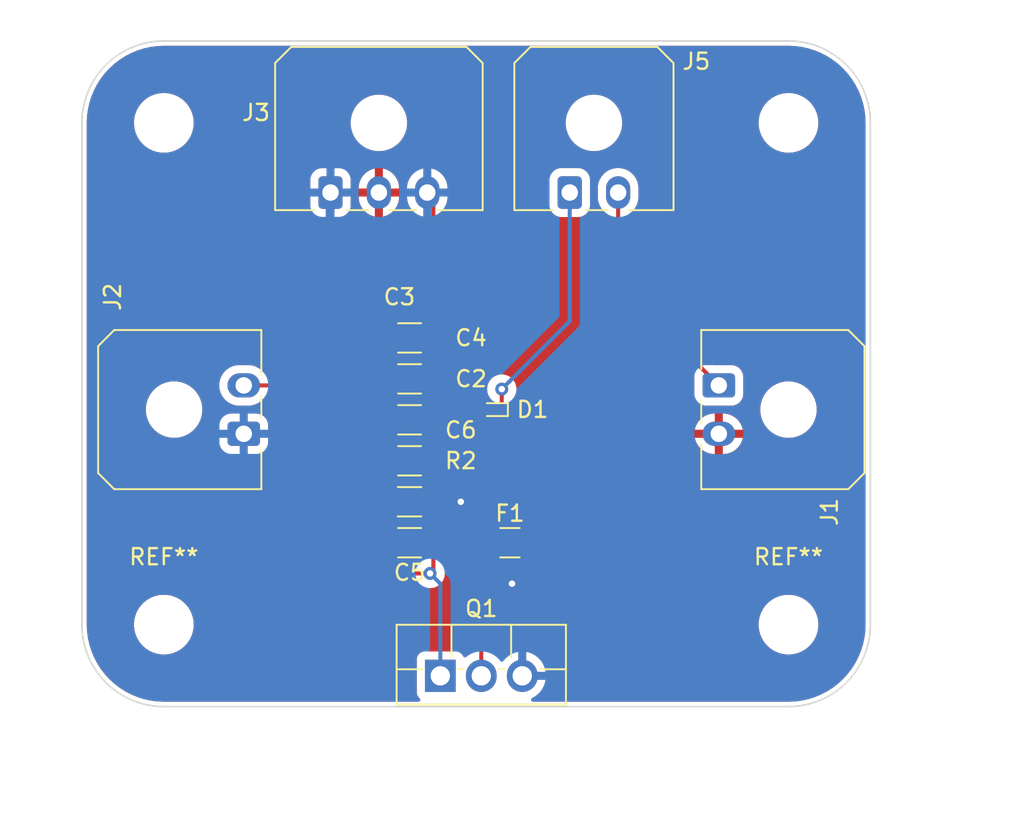
<source format=kicad_pcb>
(kicad_pcb (version 20221018) (generator pcbnew)
  (title_block (title "Template") (date "2023-09-25") (rev "0.0") (company "Illini Solar Car") (comment 1 "Designed By: Aryan Ohri "))
  (layers (0 "F.Cu" signal) (31 "B.Cu" signal) (34 "B.Paste" user) (35 "F.Paste" user) (36 "B.SilkS" user "B.Silkscreen") (37 "F.SilkS" user "F.Silkscreen") (38 "B.Mask" user) (39 "F.Mask" user) (44 "Edge.Cuts" user))
  (net 0 "")
  (net 1 "Net-(C5-Pad2)")
  (net 2 "GND")
  (net 3 "/HORN_CTRL")
  (net 4 "Net-(Q1-D)")
  (net 5 "/HORN_IN")
  (net 6 "+24V")
  (net 7 "Net-(J1-Pin_1)")
  (footprint "Capacitor_SMD:C_1206_3216Metric" (layer "F.Cu") (at 105.41 103.505)
    (fp_text reference "C2" (at 3.81 -2.54) (layer "F.SilkS"))
    (fp_text value "21 u")
    (fp_line (start -0.711252 -0.91) (end 0.711252 -0.91) (stroke (width 0.12)) (layer "F.SilkS"))
    (fp_line (start -0.711252 0.91) (end 0.711252 0.91) (stroke (width 0.12)) (layer "F.SilkS"))
    (pad "1" smd roundrect (at -1.475 0) (size 1.15 1.8) (layers "F.Cu" "F.Paste" "F.Mask") (roundrect_rratio 0.2173913043) (net 6 "+24V"))
    (pad "2" smd roundrect (at 1.475 0) (size 1.15 1.8) (layers "F.Cu" "F.Paste" "F.Mask") (roundrect_rratio 0.2173913043) (net 2 "GND"))
  )
  (footprint "Connector_Molex:Molex_Micro-Fit_3.0_43650-0200_1x02_P3.00mm_Horizontal" (layer "F.Cu") (at 115.34 89.41)
    (fp_text reference "J5" (at 7.85 -8.13) (layer "F.SilkS"))
    (fp_text value "Conn_01x02")
    (fp_line (start -3.435 -8.03) (end -2.435 -9.03) (stroke (width 0.12)) (layer "F.SilkS"))
    (fp_line (start -3.435 1.09) (end -3.435 -8.03) (stroke (width 0.12)) (layer "F.SilkS"))
    (fp_line (start -3.435 1.09) (end -1.01 1.09) (stroke (width 0.12)) (layer "F.SilkS"))
    (fp_line (start -2.435 -9.03) (end 5.435 -9.03) (stroke (width 0.12)) (layer "F.SilkS"))
    (fp_line (start 1.01 1.09) (end 2.348233 1.09) (stroke (width 0.12)) (layer "F.SilkS"))
    (fp_line (start 5.435 -9.03) (end 6.435 -8.03) (stroke (width 0.12)) (layer "F.SilkS"))
    (fp_line (start 6.435 -8.03) (end 6.435 1.09) (stroke (width 0.12)) (layer "F.SilkS"))
    (fp_line (start 6.435 1.09) (end 3.651767 1.09) (stroke (width 0.12)) (layer "F.SilkS"))
    (pad "" np_thru_hole circle (at 1.5 -4.32) (size 3 3) (drill 3) (layers "*.Cu" "*.Mask"))
    (pad "1" thru_hole roundrect (at 0 0) (size 1.5 2.02) (drill 1.02) (layers "*.Cu" "*.Mask") (roundrect_rratio 0.1666673333) (net 5 "/HORN_IN"))
    (pad "2" thru_hole oval (at 3 0) (size 1.5 2.02) (drill 1.02) (layers "*.Cu" "*.Mask") (net 7 "Net-(J1-Pin_1)"))
  )
  (footprint "Diode_SMD:D_SOD-923" (layer "F.Cu") (at 110.705 102.87 180)
    (fp_text reference "D1" (at -2.325 0) (layer "F.SilkS"))
    (fp_text value "ESD9B5.0ST5G")
    (fp_line (start -0.8 -0.4) (end -0.8 0.4) (stroke (width 0.12)) (layer "F.SilkS"))
    (fp_line (start 0.5 -0.4) (end -0.8 -0.4) (stroke (width 0.12)) (layer "F.SilkS"))
    (fp_line (start 0.5 0.4) (end -0.8 0.4) (stroke (width 0.12)) (layer "F.SilkS"))
    (pad "1" smd rect (at -0.42 0) (size 0.36 0.25) (layers "F.Cu" "F.Paste" "F.Mask") (net 5 "/HORN_IN"))
    (pad "2" smd rect (at 0.42 0) (size 0.36 0.25) (layers "F.Cu" "F.Paste" "F.Mask") (net 6 "+24V"))
  )
  (footprint "Connector_Molex:Molex_Micro-Fit_3.0_43650-0200_1x02_P3.00mm_Horizontal" (layer "F.Cu") (at 95.125 104.37 90)
    (fp_text reference "J2" (at 8.485 -8.13 90) (layer "F.SilkS"))
    (fp_text value "Conn_01x02")
    (fp_line (start -3.435 -8.03) (end -2.435 -9.03) (stroke (width 0.12)) (layer "F.SilkS"))
    (fp_line (start -3.435 1.09) (end -3.435 -8.03) (stroke (width 0.12)) (layer "F.SilkS"))
    (fp_line (start -3.435 1.09) (end -1.01 1.09) (stroke (width 0.12)) (layer "F.SilkS"))
    (fp_line (start -2.435 -9.03) (end 5.435 -9.03) (stroke (width 0.12)) (layer "F.SilkS"))
    (fp_line (start 1.01 1.09) (end 2.348233 1.09) (stroke (width 0.12)) (layer "F.SilkS"))
    (fp_line (start 5.435 -9.03) (end 6.435 -8.03) (stroke (width 0.12)) (layer "F.SilkS"))
    (fp_line (start 6.435 -8.03) (end 6.435 1.09) (stroke (width 0.12)) (layer "F.SilkS"))
    (fp_line (start 6.435 1.09) (end 3.651767 1.09) (stroke (width 0.12)) (layer "F.SilkS"))
    (pad "" np_thru_hole circle (at 1.5 -4.32 90) (size 3 3) (drill 3) (layers "*.Cu" "*.Mask"))
    (pad "1" thru_hole roundrect (at 0 0 90) (size 1.5 2.02) (drill 1.02) (layers "*.Cu" "*.Mask") (roundrect_rratio 0.1666673333) (net 2 "GND"))
    (pad "2" thru_hole oval (at 3 0 90) (size 1.5 2.02) (drill 1.02) (layers "*.Cu" "*.Mask") (net 3 "/HORN_CTRL"))
  )
  (footprint "MountingHole:MountingHole_3.2mm_M3" (layer "F.Cu") (at 90.17 85.09)
    (fp_text reference "REF**" hide)
    (fp_text value "MountingHole_3.2mm_M3")
    (pad "" np_thru_hole circle (at 0 0) (size 3.2 3.2) (drill 3.2) (layers "*.Cu" "*.Mask"))
  )
  (footprint "Fuse:Fuse_1206_3216Metric" (layer "F.Cu") (at 111.63 111.125)
    (fp_text reference "F1" (at 0 -1.82) (layer "F.SilkS"))
    (fp_text value "2A")
    (fp_line (start -0.602064 -0.91) (end 0.602064 -0.91) (stroke (width 0.12)) (layer "F.SilkS"))
    (fp_line (start -0.602064 0.91) (end 0.602064 0.91) (stroke (width 0.12)) (layer "F.SilkS"))
    (pad "1" smd roundrect (at -1.4 0) (size 1.25 1.75) (layers "F.Cu" "F.Paste" "F.Mask") (roundrect_rratio 0.2) (net 4 "Net-(Q1-D)"))
    (pad "2" smd roundrect (at 1.4 0) (size 1.25 1.75) (layers "F.Cu" "F.Paste" "F.Mask") (roundrect_rratio 0.2) (net 5 "/HORN_IN"))
  )
  (footprint "MountingHole:MountingHole_3.2mm_M3" (layer "F.Cu") (at 128.905 116.205)
    (fp_text reference "REF**" (at 0 -4.2) (layer "F.SilkS"))
    (fp_text value "MountingHole_3.2mm_M3")
    (pad "" np_thru_hole circle (at 0 0) (size 3.2 3.2) (drill 3.2) (layers "F&B.Cu" "*.Mask"))
  )
  (footprint "Capacitor_SMD:C_1206_3216Metric" (layer "F.Cu") (at 105.41 100.965)
    (fp_text reference "C4" (at 3.81 -2.54) (layer "F.SilkS"))
    (fp_text value "3.1 u")
    (fp_line (start -0.711252 -0.91) (end 0.711252 -0.91) (stroke (width 0.12)) (layer "F.SilkS"))
    (fp_line (start -0.711252 0.91) (end 0.711252 0.91) (stroke (width 0.12)) (layer "F.SilkS"))
    (pad "1" smd roundrect (at -1.475 0) (size 1.15 1.8) (layers "F.Cu" "F.Paste" "F.Mask") (roundrect_rratio 0.2173913043) (net 6 "+24V"))
    (pad "2" smd roundrect (at 1.475 0) (size 1.15 1.8) (layers "F.Cu" "F.Paste" "F.Mask") (roundrect_rratio 0.2173913043) (net 2 "GND"))
  )
  (footprint "MountingHole:MountingHole_3.2mm_M3" (layer "F.Cu") (at 128.905 85.09)
    (fp_text reference "REF**" hide)
    (fp_text value "MountingHole_3.2mm_M3")
    (pad "" np_thru_hole circle (at 0 0) (size 3.2 3.2) (drill 3.2) (layers "F&B.Cu" "*.Mask"))
  )
  (footprint "MountingHole:MountingHole_3.2mm_M3" (layer "F.Cu") (at 90.17 116.205)
    (fp_text reference "REF**" (at 0 -4.2) (layer "F.SilkS"))
    (fp_text value "MountingHole_3.2mm_M3")
    (pad "" np_thru_hole circle (at 0 0) (size 3.2 3.2) (drill 3.2) (layers "F&B.Cu" "*.Mask"))
  )
  (footprint "Resistor_SMD:R_1206_3216Metric" (layer "F.Cu") (at 105.41 108.585)
    (fp_text reference "R2" (at 3.175 -2.54) (layer "F.SilkS"))
    (fp_text value "R")
    (fp_line (start -0.727064 -0.91) (end 0.727064 -0.91) (stroke (width 0.12)) (layer "F.SilkS"))
    (fp_line (start -0.727064 0.91) (end 0.727064 0.91) (stroke (width 0.12)) (layer "F.SilkS"))
    (pad "1" smd roundrect (at -1.4625 0) (size 1.125 1.75) (layers "F.Cu" "F.Paste" "F.Mask") (roundrect_rratio 0.2222222222) (net 1 "Net-(C5-Pad2)"))
    (pad "2" smd roundrect (at 1.4625 0) (size 1.125 1.75) (layers "F.Cu" "F.Paste" "F.Mask") (roundrect_rratio 0.2222222222) (net 2 "GND"))
  )
  (footprint "Connector_Molex:Molex_Micro-Fit_3.0_43650-0200_1x02_P3.00mm_Horizontal" (layer "F.Cu") (at 124.585 101.37 -90)
    (fp_text reference "J1" (at 7.85 -6.86 90) (layer "F.SilkS"))
    (fp_text value "Conn_01x02")
    (fp_line (start -3.435 -8.03) (end -2.435 -9.03) (stroke (width 0.12)) (layer "F.SilkS"))
    (fp_line (start -3.435 1.09) (end -3.435 -8.03) (stroke (width 0.12)) (layer "F.SilkS"))
    (fp_line (start -3.435 1.09) (end -1.01 1.09) (stroke (width 0.12)) (layer "F.SilkS"))
    (fp_line (start -2.435 -9.03) (end 5.435 -9.03) (stroke (width 0.12)) (layer "F.SilkS"))
    (fp_line (start 1.01 1.09) (end 2.348233 1.09) (stroke (width 0.12)) (layer "F.SilkS"))
    (fp_line (start 5.435 -9.03) (end 6.435 -8.03) (stroke (width 0.12)) (layer "F.SilkS"))
    (fp_line (start 6.435 -8.03) (end 6.435 1.09) (stroke (width 0.12)) (layer "F.SilkS"))
    (fp_line (start 6.435 1.09) (end 3.651767 1.09) (stroke (width 0.12)) (layer "F.SilkS"))
    (pad "" np_thru_hole circle (at 1.5 -4.32 270) (size 3 3) (drill 3) (layers "*.Cu" "*.Mask"))
    (pad "1" thru_hole roundrect (at 0 0 270) (size 1.5 2.02) (drill 1.02) (layers "*.Cu" "*.Mask") (roundrect_rratio 0.1666673333) (net 7 "Net-(J1-Pin_1)"))
    (pad "2" thru_hole oval (at 3 0 270) (size 1.5 2.02) (drill 1.02) (layers "*.Cu" "*.Mask") (net 6 "+24V"))
  )
  (footprint "Package_TO_SOT_THT:TO-220F-3_Vertical" (layer "F.Cu") (at 107.315 119.38)
    (fp_text reference "Q1" (at 2.54 -4.1675) (layer "F.SilkS"))
    (fp_text value "IRLIZ44N")
    (fp_line (start -2.71 -3.168) (end -2.71 1.773) (stroke (width 0.12)) (layer "F.SilkS"))
    (fp_line (start -2.71 -3.168) (end 7.79 -3.168) (stroke (width 0.12)) (layer "F.SilkS"))
    (fp_line (start -2.71 -0.408) (end -1.103 -0.408) (stroke (width 0.12)) (layer "F.SilkS"))
    (fp_line (start -2.71 1.773) (end 7.79 1.773) (stroke (width 0.12)) (layer "F.SilkS"))
    (fp_line (start 0.69 -3.168) (end 0.69 -1.15) (stroke (width 0.12)) (layer "F.SilkS"))
    (fp_line (start 1.103 -0.408) (end 1.438 -0.408) (stroke (width 0.12)) (layer "F.SilkS"))
    (fp_line (start 3.643 -0.408) (end 3.978 -0.408) (stroke (width 0.12)) (layer "F.SilkS"))
    (fp_line (start 4.391 -3.168) (end 4.391 -1.15) (stroke (width 0.12)) (layer "F.SilkS"))
    (fp_line (start 6.183 -0.408) (end 7.79 -0.408) (stroke (width 0.12)) (layer "F.SilkS"))
    (fp_line (start 7.79 -3.168) (end 7.79 1.773) (stroke (width 0.12)) (layer "F.SilkS"))
    (pad "1" thru_hole rect (at 0 0) (size 1.905 2) (drill 1.2) (layers "*.Cu" "*.Mask") (net 3 "/HORN_CTRL"))
    (pad "2" thru_hole oval (at 2.54 0) (size 1.905 2) (drill 1.2) (layers "*.Cu" "*.Mask") (net 4 "Net-(Q1-D)"))
    (pad "3" thru_hole oval (at 5.08 0) (size 1.905 2) (drill 1.2) (layers "*.Cu" "*.Mask") (net 2 "GND"))
  )
  (footprint "Capacitor_SMD:C_1206_3216Metric" (layer "F.Cu") (at 105.41 111.125 180)
    (fp_text reference "C5" (at 0 -1.85) (layer "F.SilkS"))
    (fp_text value "C")
    (fp_line (start -0.711252 -0.91) (end 0.711252 -0.91) (stroke (width 0.12)) (layer "F.SilkS"))
    (fp_line (start -0.711252 0.91) (end 0.711252 0.91) (stroke (width 0.12)) (layer "F.SilkS"))
    (pad "1" smd roundrect (at -1.475 0 180) (size 1.15 1.8) (layers "F.Cu" "F.Paste" "F.Mask") (roundrect_rratio 0.2173913043) (net 3 "/HORN_CTRL"))
    (pad "2" smd roundrect (at 1.475 0 180) (size 1.15 1.8) (layers "F.Cu" "F.Paste" "F.Mask") (roundrect_rratio 0.2173913043) (net 1 "Net-(C5-Pad2)"))
  )
  (footprint "Capacitor_SMD:C_1206_3216Metric" (layer "F.Cu") (at 105.41 98.425)
    (fp_text reference "C3" (at -0.635 -2.54) (layer "F.SilkS"))
    (fp_text value "210 u")
    (fp_line (start -0.711252 -0.91) (end 0.711252 -0.91) (stroke (width 0.12)) (layer "F.SilkS"))
    (fp_line (start -0.711252 0.91) (end 0.711252 0.91) (stroke (width 0.12)) (layer "F.SilkS"))
    (pad "1" smd roundrect (at -1.475 0) (size 1.15 1.8) (layers "F.Cu" "F.Paste" "F.Mask") (roundrect_rratio 0.2173913043) (net 6 "+24V"))
    (pad "2" smd roundrect (at 1.475 0) (size 1.15 1.8) (layers "F.Cu" "F.Paste" "F.Mask") (roundrect_rratio 0.2173913043) (net 2 "GND"))
  )
  (footprint "Capacitor_SMD:C_1206_3216Metric" (layer "F.Cu") (at 105.41 106.045)
    (fp_text reference "C6" (at 3.175 -1.905) (layer "F.SilkS"))
    (fp_text value "1100 u")
    (fp_line (start -0.711252 -0.91) (end 0.711252 -0.91) (stroke (width 0.12)) (layer "F.SilkS"))
    (fp_line (start -0.711252 0.91) (end 0.711252 0.91) (stroke (width 0.12)) (layer "F.SilkS"))
    (pad "1" smd roundrect (at -1.475 0) (size 1.15 1.8) (layers "F.Cu" "F.Paste" "F.Mask") (roundrect_rratio 0.2173913043) (net 6 "+24V"))
    (pad "2" smd roundrect (at 1.475 0) (size 1.15 1.8) (layers "F.Cu" "F.Paste" "F.Mask") (roundrect_rratio 0.2173913043) (net 2 "GND"))
  )
  (footprint "Connector_Molex:Molex_Micro-Fit_3.0_43650-0300_1x03_P3.00mm_Horizontal" (layer "F.Cu") (at 100.505 89.41)
    (fp_text reference "J3" (at -4.62 -4.955) (layer "F.SilkS"))
    (fp_text value "Conn_01x03")
    (fp_line (start -3.435 -8.03) (end -2.435 -9.03) (stroke (width 0.12)) (layer "F.SilkS"))
    (fp_line (start -3.435 1.09) (end -3.435 -8.03) (stroke (width 0.12)) (layer "F.SilkS"))
    (fp_line (start -3.435 1.09) (end -1.01 1.09) (stroke (width 0.12)) (layer "F.SilkS"))
    (fp_line (start -2.435 -9.03) (end 8.435 -9.03) (stroke (width 0.12)) (layer "F.SilkS"))
    (fp_line (start 1.01 1.09) (end 2.348233 1.09) (stroke (width 0.12)) (layer "F.SilkS"))
    (fp_line (start 3.651767 1.09) (end 5.348233 1.09) (stroke (width 0.12)) (layer "F.SilkS"))
    (fp_line (start 8.435 -9.03) (end 9.435 -8.03) (stroke (width 0.12)) (layer "F.SilkS"))
    (fp_line (start 9.435 -8.03) (end 9.435 1.09) (stroke (width 0.12)) (layer "F.SilkS"))
    (fp_line (start 9.435 1.09) (end 6.651767 1.09) (stroke (width 0.12)) (layer "F.SilkS"))
    (pad "" np_thru_hole circle (at 3 -4.32) (size 3 3) (drill 3) (layers "*.Cu" "*.Mask"))
    (pad "1" thru_hole roundrect (at 0 0) (size 1.5 2.02) (drill 1.02) (layers "*.Cu" "*.Mask") (roundrect_rratio 0.1666673333) (net 2 "GND"))
    (pad "2" thru_hole oval (at 3 0) (size 1.5 2.02) (drill 1.02) (layers "*.Cu" "*.Mask") (net 6 "+24V"))
    (pad "3" thru_hole oval (at 6 0) (size 1.5 2.02) (drill 1.02) (layers "*.Cu" "*.Mask") (net 2 "GND"))
  )
  (gr_line (start 85.09 85.09) (end 85.089998 116.205002) (stroke (width 0.1)) (layer "Edge.Cuts"))
  (gr_line (start 90.169998 121.285002) (end 128.905002 121.285002) (stroke (width 0.1)) (layer "Edge.Cuts"))
  (gr_arc (start 85.09 85.09) (mid 86.577898 81.497898) (end 90.17 80.01) (stroke (width 0.1)) (layer "Edge.Cuts"))
  (gr_line (start 90.17 80.01) (end 128.905004 80.01) (stroke (width 0.1)) (layer "Edge.Cuts"))
  (gr_arc (start 90.169998 121.285002) (mid 86.577896 119.797104) (end 85.089998 116.205002) (stroke (width 0.1)) (layer "Edge.Cuts"))
  (gr_arc (start 133.985002 116.205002) (mid 132.497104 119.797104) (end 128.905002 121.285002) (stroke (width 0.1)) (layer "Edge.Cuts"))
  (gr_arc (start 128.905004 80.01) (mid 132.497106 81.497898) (end 133.985004 85.09) (stroke (width 0.1)) (layer "Edge.Cuts"))
  (gr_line (start 133.985002 116.205002) (end 133.985004 85.09) (stroke (width 0.1)) (layer "Edge.Cuts"))
  (segment (start 103.9475 111.1125) (end 103.935 111.125) (width 0.25) (layer "F.Cu") (net 1))
  (segment (start 103.9475 108.585) (end 103.9475 111.1125) (width 0.25) (layer "F.Cu") (net 1))
  (segment (start 106.885 100.965) (end 106.885 103.505) (width 0.25) (layer "F.Cu") (net 2))
  (segment (start 106.885 89.79) (end 106.885 98.425) (width 0.25) (layer "F.Cu") (net 2))
  (segment (start 106.885 106.045) (end 106.885 103.505) (width 0.25) (layer "F.Cu") (net 2))
  (segment (start 106.8725 108.585) (end 108.585 108.585) (width 0.25) (layer "F.Cu") (net 2))
  (segment (start 106.8725 106.0575) (end 106.885 106.045) (width 0.25) (layer "F.Cu") (net 2))
  (segment (start 106.505 89.41) (end 106.885 89.79) (width 0.25) (layer "F.Cu") (net 2))
  (segment (start 112.395 114.3) (end 111.76 113.665) (width 0.25) (layer "F.Cu") (net 2))
  (segment (start 106.8725 108.585) (end 106.8725 106.0575) (width 0.25) (layer "F.Cu") (net 2))
  (segment (start 106.885 98.425) (end 106.885 100.965) (width 0.25) (layer "F.Cu") (net 2))
  (segment (start 112.395 119.38) (end 112.395 114.3) (width 0.25) (layer "F.Cu") (net 2))
  (via (at 108.585 108.585) (size 0.8) (drill 0.4) (layers "F.Cu" "B.Cu") (net 2))
  (via (at 111.76 113.665) (size 0.8) (drill 0.4) (layers "F.Cu" "B.Cu") (net 2))
  (segment (start 111.76 113.665) (end 109.855 113.665) (width 0.25) (layer "B.Cu") (net 2))
  (segment (start 99.465 104.37) (end 95.125 104.37) (width 0.25) (layer "B.Cu") (net 2))
  (segment (start 100.33 89.585) (end 100.33 103.505) (width 0.25) (layer "B.Cu") (net 2))
  (segment (start 109.855 113.665) (end 108.585 112.395) (width 0.25) (layer "B.Cu") (net 2))
  (segment (start 108.585 112.395) (end 108.585 108.585) (width 0.25) (layer "B.Cu") (net 2))
  (segment (start 100.505 89.41) (end 100.33 89.585) (width 0.25) (layer "B.Cu") (net 2))
  (segment (start 100.33 103.505) (end 99.465 104.37) (width 0.25) (layer "B.Cu") (net 2))
  (segment (start 106.885 111.125) (end 106.885 112.825) (width 0.25) (layer "F.Cu") (net 3))
  (segment (start 98.83 101.37) (end 95.125 101.37) (width 0.25) (layer "F.Cu") (net 3))
  (segment (start 99.06 101.6) (end 99.06 111.76) (width 0.25) (layer "F.Cu") (net 3))
  (segment (start 98.83 101.37) (end 99.06 101.6) (width 0.25) (layer "F.Cu") (net 3))
  (segment (start 106.885 112.825) (end 106.68 113.03) (width 0.25) (layer "F.Cu") (net 3))
  (segment (start 100.33 113.03) (end 106.68 113.03) (width 0.25) (layer "F.Cu") (net 3))
  (segment (start 99.06 111.76) (end 100.33 113.03) (width 0.25) (layer "F.Cu") (net 3))
  (via (at 106.68 113.03) (size 0.8) (drill 0.4) (layers "F.Cu" "B.Cu") (net 3))
  (segment (start 106.68 113.03) (end 107.315 113.665) (width 0.25) (layer "B.Cu") (net 3))
  (segment (start 107.315 113.665) (end 107.315 119.38) (width 0.25) (layer "B.Cu") (net 3))
  (segment (start 110.23 111.125) (end 110.23 113.29) (width 0.25) (layer "F.Cu") (net 4))
  (segment (start 110.23 113.29) (end 109.855 113.665) (width 0.25) (layer "F.Cu") (net 4))
  (segment (start 109.855 113.665) (end 109.855 119.38) (width 0.25) (layer "F.Cu") (net 4))
  (segment (start 111.125 102.87) (end 111.125 101.6) (width 0.25) (layer "F.Cu") (net 5))
  (segment (start 113.03 109.22) (end 113.03 111.125) (width 0.25) (layer "F.Cu") (net 5))
  (segment (start 111.125 102.87) (end 111.125 107.315) (width 0.25) (layer "F.Cu") (net 5))
  (segment (start 111.125 107.315) (end 113.03 109.22) (width 0.25) (layer "F.Cu") (net 5))
  (via (at 111.125 101.6) (size 0.8) (drill 0.4) (layers "F.Cu" "B.Cu") (net 5))
  (segment (start 111.125 101.6) (end 115.34 97.385) (width 0.25) (layer "B.Cu") (net 5))
  (segment (start 115.34 97.385) (end 115.34 89.41) (width 0.25) (layer "B.Cu") (net 5))
  (segment (start 124.585 101.37) (end 118.34 95.125) (width 0.25) (layer "F.Cu") (net 7))
  (segment (start 124.355 101.6) (end 124.585 101.37) (width 0.25) (layer "F.Cu") (net 7))
  (segment (start 118.34 95.125) (end 118.34 89.41) (width 0.25) (layer "F.Cu") (net 7))
  (zone (net 6) (net_name "+24V") (layer "F.Cu") (connect_pads (clearance 0.508)) (min_thickness 0.25) (fill yes (thermal_gap 0.5) (thermal_bridge_width 0.5))
    (polygon (pts (xy 80.01 77.47) (xy 143.51 77.47) (xy 143.51 128.27) (xy 80.01 128.27)))
  )
  (zone (net 2) (net_name "GND") (layer "B.Cu") (priority 1) (connect_pads (clearance 0.508)) (min_thickness 0.25) (fill yes (thermal_gap 0.5) (thermal_bridge_width 0.5))
    (polygon (pts (xy 80.01 77.47) (xy 143.51 77.47) (xy 143.51 128.27) (xy 80.01 128.27)))
  )
)
</source>
